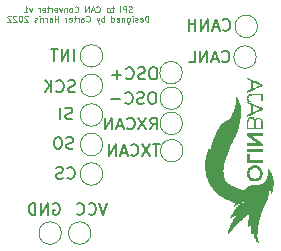
<source format=gbr>
%TF.GenerationSoftware,KiCad,Pcbnew,(6.0.7)*%
%TF.CreationDate,2022-10-24T20:04:37-04:00*%
%TF.ProjectId,SPItoCAN,53504974-6f43-4414-9e2e-6b696361645f,rev?*%
%TF.SameCoordinates,Original*%
%TF.FileFunction,Legend,Bot*%
%TF.FilePolarity,Positive*%
%FSLAX46Y46*%
G04 Gerber Fmt 4.6, Leading zero omitted, Abs format (unit mm)*
G04 Created by KiCad (PCBNEW (6.0.7)) date 2022-10-24 20:04:37*
%MOMM*%
%LPD*%
G01*
G04 APERTURE LIST*
%ADD10C,0.125000*%
%ADD11C,0.150000*%
%ADD12C,0.120000*%
G04 APERTURE END LIST*
D10*
X27431428Y-13769880D02*
X27360000Y-13793690D01*
X27240952Y-13793690D01*
X27193333Y-13769880D01*
X27169523Y-13746071D01*
X27145714Y-13698452D01*
X27145714Y-13650833D01*
X27169523Y-13603214D01*
X27193333Y-13579404D01*
X27240952Y-13555595D01*
X27336190Y-13531785D01*
X27383809Y-13507976D01*
X27407619Y-13484166D01*
X27431428Y-13436547D01*
X27431428Y-13388928D01*
X27407619Y-13341309D01*
X27383809Y-13317500D01*
X27336190Y-13293690D01*
X27217142Y-13293690D01*
X27145714Y-13317500D01*
X26931428Y-13793690D02*
X26931428Y-13293690D01*
X26740952Y-13293690D01*
X26693333Y-13317500D01*
X26669523Y-13341309D01*
X26645714Y-13388928D01*
X26645714Y-13460357D01*
X26669523Y-13507976D01*
X26693333Y-13531785D01*
X26740952Y-13555595D01*
X26931428Y-13555595D01*
X26431428Y-13793690D02*
X26431428Y-13293690D01*
X25883809Y-13460357D02*
X25693333Y-13460357D01*
X25812380Y-13293690D02*
X25812380Y-13722261D01*
X25788571Y-13769880D01*
X25740952Y-13793690D01*
X25693333Y-13793690D01*
X25455238Y-13793690D02*
X25502857Y-13769880D01*
X25526666Y-13746071D01*
X25550476Y-13698452D01*
X25550476Y-13555595D01*
X25526666Y-13507976D01*
X25502857Y-13484166D01*
X25455238Y-13460357D01*
X25383809Y-13460357D01*
X25336190Y-13484166D01*
X25312380Y-13507976D01*
X25288571Y-13555595D01*
X25288571Y-13698452D01*
X25312380Y-13746071D01*
X25336190Y-13769880D01*
X25383809Y-13793690D01*
X25455238Y-13793690D01*
X24407619Y-13746071D02*
X24431428Y-13769880D01*
X24502857Y-13793690D01*
X24550476Y-13793690D01*
X24621904Y-13769880D01*
X24669523Y-13722261D01*
X24693333Y-13674642D01*
X24717142Y-13579404D01*
X24717142Y-13507976D01*
X24693333Y-13412738D01*
X24669523Y-13365119D01*
X24621904Y-13317500D01*
X24550476Y-13293690D01*
X24502857Y-13293690D01*
X24431428Y-13317500D01*
X24407619Y-13341309D01*
X24217142Y-13650833D02*
X23979047Y-13650833D01*
X24264761Y-13793690D02*
X24098095Y-13293690D01*
X23931428Y-13793690D01*
X23764761Y-13793690D02*
X23764761Y-13293690D01*
X23479047Y-13793690D01*
X23479047Y-13293690D01*
X22574285Y-13746071D02*
X22598095Y-13769880D01*
X22669523Y-13793690D01*
X22717142Y-13793690D01*
X22788571Y-13769880D01*
X22836190Y-13722261D01*
X22860000Y-13674642D01*
X22883809Y-13579404D01*
X22883809Y-13507976D01*
X22860000Y-13412738D01*
X22836190Y-13365119D01*
X22788571Y-13317500D01*
X22717142Y-13293690D01*
X22669523Y-13293690D01*
X22598095Y-13317500D01*
X22574285Y-13341309D01*
X22288571Y-13793690D02*
X22336190Y-13769880D01*
X22360000Y-13746071D01*
X22383809Y-13698452D01*
X22383809Y-13555595D01*
X22360000Y-13507976D01*
X22336190Y-13484166D01*
X22288571Y-13460357D01*
X22217142Y-13460357D01*
X22169523Y-13484166D01*
X22145714Y-13507976D01*
X22121904Y-13555595D01*
X22121904Y-13698452D01*
X22145714Y-13746071D01*
X22169523Y-13769880D01*
X22217142Y-13793690D01*
X22288571Y-13793690D01*
X21907619Y-13460357D02*
X21907619Y-13793690D01*
X21907619Y-13507976D02*
X21883809Y-13484166D01*
X21836190Y-13460357D01*
X21764761Y-13460357D01*
X21717142Y-13484166D01*
X21693333Y-13531785D01*
X21693333Y-13793690D01*
X21502857Y-13460357D02*
X21383809Y-13793690D01*
X21264761Y-13460357D01*
X20883809Y-13769880D02*
X20931428Y-13793690D01*
X21026666Y-13793690D01*
X21074285Y-13769880D01*
X21098095Y-13722261D01*
X21098095Y-13531785D01*
X21074285Y-13484166D01*
X21026666Y-13460357D01*
X20931428Y-13460357D01*
X20883809Y-13484166D01*
X20860000Y-13531785D01*
X20860000Y-13579404D01*
X21098095Y-13627023D01*
X20645714Y-13793690D02*
X20645714Y-13460357D01*
X20645714Y-13555595D02*
X20621904Y-13507976D01*
X20598095Y-13484166D01*
X20550476Y-13460357D01*
X20502857Y-13460357D01*
X20407619Y-13460357D02*
X20217142Y-13460357D01*
X20336190Y-13293690D02*
X20336190Y-13722261D01*
X20312380Y-13769880D01*
X20264761Y-13793690D01*
X20217142Y-13793690D01*
X19860000Y-13769880D02*
X19907619Y-13793690D01*
X20002857Y-13793690D01*
X20050476Y-13769880D01*
X20074285Y-13722261D01*
X20074285Y-13531785D01*
X20050476Y-13484166D01*
X20002857Y-13460357D01*
X19907619Y-13460357D01*
X19860000Y-13484166D01*
X19836190Y-13531785D01*
X19836190Y-13579404D01*
X20074285Y-13627023D01*
X19621904Y-13793690D02*
X19621904Y-13460357D01*
X19621904Y-13555595D02*
X19598095Y-13507976D01*
X19574285Y-13484166D01*
X19526666Y-13460357D01*
X19479047Y-13460357D01*
X18979047Y-13460357D02*
X18860000Y-13793690D01*
X18740952Y-13460357D01*
X18288571Y-13793690D02*
X18574285Y-13793690D01*
X18431428Y-13793690D02*
X18431428Y-13293690D01*
X18479047Y-13365119D01*
X18526666Y-13412738D01*
X18574285Y-13436547D01*
X28812380Y-14598690D02*
X28812380Y-14098690D01*
X28693333Y-14098690D01*
X28621904Y-14122500D01*
X28574285Y-14170119D01*
X28550476Y-14217738D01*
X28526666Y-14312976D01*
X28526666Y-14384404D01*
X28550476Y-14479642D01*
X28574285Y-14527261D01*
X28621904Y-14574880D01*
X28693333Y-14598690D01*
X28812380Y-14598690D01*
X28121904Y-14574880D02*
X28169523Y-14598690D01*
X28264761Y-14598690D01*
X28312380Y-14574880D01*
X28336190Y-14527261D01*
X28336190Y-14336785D01*
X28312380Y-14289166D01*
X28264761Y-14265357D01*
X28169523Y-14265357D01*
X28121904Y-14289166D01*
X28098095Y-14336785D01*
X28098095Y-14384404D01*
X28336190Y-14432023D01*
X27907619Y-14574880D02*
X27860000Y-14598690D01*
X27764761Y-14598690D01*
X27717142Y-14574880D01*
X27693333Y-14527261D01*
X27693333Y-14503452D01*
X27717142Y-14455833D01*
X27764761Y-14432023D01*
X27836190Y-14432023D01*
X27883809Y-14408214D01*
X27907619Y-14360595D01*
X27907619Y-14336785D01*
X27883809Y-14289166D01*
X27836190Y-14265357D01*
X27764761Y-14265357D01*
X27717142Y-14289166D01*
X27479047Y-14598690D02*
X27479047Y-14265357D01*
X27479047Y-14098690D02*
X27502857Y-14122500D01*
X27479047Y-14146309D01*
X27455238Y-14122500D01*
X27479047Y-14098690D01*
X27479047Y-14146309D01*
X27026666Y-14265357D02*
X27026666Y-14670119D01*
X27050476Y-14717738D01*
X27074285Y-14741547D01*
X27121904Y-14765357D01*
X27193333Y-14765357D01*
X27240952Y-14741547D01*
X27026666Y-14574880D02*
X27074285Y-14598690D01*
X27169523Y-14598690D01*
X27217142Y-14574880D01*
X27240952Y-14551071D01*
X27264761Y-14503452D01*
X27264761Y-14360595D01*
X27240952Y-14312976D01*
X27217142Y-14289166D01*
X27169523Y-14265357D01*
X27074285Y-14265357D01*
X27026666Y-14289166D01*
X26788571Y-14265357D02*
X26788571Y-14598690D01*
X26788571Y-14312976D02*
X26764761Y-14289166D01*
X26717142Y-14265357D01*
X26645714Y-14265357D01*
X26598095Y-14289166D01*
X26574285Y-14336785D01*
X26574285Y-14598690D01*
X26145714Y-14574880D02*
X26193333Y-14598690D01*
X26288571Y-14598690D01*
X26336190Y-14574880D01*
X26360000Y-14527261D01*
X26360000Y-14336785D01*
X26336190Y-14289166D01*
X26288571Y-14265357D01*
X26193333Y-14265357D01*
X26145714Y-14289166D01*
X26121904Y-14336785D01*
X26121904Y-14384404D01*
X26360000Y-14432023D01*
X25693333Y-14598690D02*
X25693333Y-14098690D01*
X25693333Y-14574880D02*
X25740952Y-14598690D01*
X25836190Y-14598690D01*
X25883809Y-14574880D01*
X25907619Y-14551071D01*
X25931428Y-14503452D01*
X25931428Y-14360595D01*
X25907619Y-14312976D01*
X25883809Y-14289166D01*
X25836190Y-14265357D01*
X25740952Y-14265357D01*
X25693333Y-14289166D01*
X25074285Y-14598690D02*
X25074285Y-14098690D01*
X25074285Y-14289166D02*
X25026666Y-14265357D01*
X24931428Y-14265357D01*
X24883809Y-14289166D01*
X24860000Y-14312976D01*
X24836190Y-14360595D01*
X24836190Y-14503452D01*
X24860000Y-14551071D01*
X24883809Y-14574880D01*
X24931428Y-14598690D01*
X25026666Y-14598690D01*
X25074285Y-14574880D01*
X24669523Y-14265357D02*
X24550476Y-14598690D01*
X24431428Y-14265357D02*
X24550476Y-14598690D01*
X24598095Y-14717738D01*
X24621904Y-14741547D01*
X24669523Y-14765357D01*
X23574285Y-14551071D02*
X23598095Y-14574880D01*
X23669523Y-14598690D01*
X23717142Y-14598690D01*
X23788571Y-14574880D01*
X23836190Y-14527261D01*
X23860000Y-14479642D01*
X23883809Y-14384404D01*
X23883809Y-14312976D01*
X23860000Y-14217738D01*
X23836190Y-14170119D01*
X23788571Y-14122500D01*
X23717142Y-14098690D01*
X23669523Y-14098690D01*
X23598095Y-14122500D01*
X23574285Y-14146309D01*
X23145714Y-14598690D02*
X23145714Y-14336785D01*
X23169523Y-14289166D01*
X23217142Y-14265357D01*
X23312380Y-14265357D01*
X23360000Y-14289166D01*
X23145714Y-14574880D02*
X23193333Y-14598690D01*
X23312380Y-14598690D01*
X23360000Y-14574880D01*
X23383809Y-14527261D01*
X23383809Y-14479642D01*
X23360000Y-14432023D01*
X23312380Y-14408214D01*
X23193333Y-14408214D01*
X23145714Y-14384404D01*
X22907619Y-14598690D02*
X22907619Y-14265357D01*
X22907619Y-14360595D02*
X22883809Y-14312976D01*
X22860000Y-14289166D01*
X22812380Y-14265357D01*
X22764761Y-14265357D01*
X22669523Y-14265357D02*
X22479047Y-14265357D01*
X22598095Y-14098690D02*
X22598095Y-14527261D01*
X22574285Y-14574880D01*
X22526666Y-14598690D01*
X22479047Y-14598690D01*
X22121904Y-14574880D02*
X22169523Y-14598690D01*
X22264761Y-14598690D01*
X22312380Y-14574880D01*
X22336190Y-14527261D01*
X22336190Y-14336785D01*
X22312380Y-14289166D01*
X22264761Y-14265357D01*
X22169523Y-14265357D01*
X22121904Y-14289166D01*
X22098095Y-14336785D01*
X22098095Y-14384404D01*
X22336190Y-14432023D01*
X21883809Y-14598690D02*
X21883809Y-14265357D01*
X21883809Y-14360595D02*
X21860000Y-14312976D01*
X21836190Y-14289166D01*
X21788571Y-14265357D01*
X21740952Y-14265357D01*
X21193333Y-14598690D02*
X21193333Y-14098690D01*
X21193333Y-14336785D02*
X20907619Y-14336785D01*
X20907619Y-14598690D02*
X20907619Y-14098690D01*
X20455238Y-14598690D02*
X20455238Y-14336785D01*
X20479047Y-14289166D01*
X20526666Y-14265357D01*
X20621904Y-14265357D01*
X20669523Y-14289166D01*
X20455238Y-14574880D02*
X20502857Y-14598690D01*
X20621904Y-14598690D01*
X20669523Y-14574880D01*
X20693333Y-14527261D01*
X20693333Y-14479642D01*
X20669523Y-14432023D01*
X20621904Y-14408214D01*
X20502857Y-14408214D01*
X20455238Y-14384404D01*
X20217142Y-14598690D02*
X20217142Y-14265357D01*
X20217142Y-14360595D02*
X20193333Y-14312976D01*
X20169523Y-14289166D01*
X20121904Y-14265357D01*
X20074285Y-14265357D01*
X19907619Y-14598690D02*
X19907619Y-14265357D01*
X19907619Y-14360595D02*
X19883809Y-14312976D01*
X19860000Y-14289166D01*
X19812380Y-14265357D01*
X19764761Y-14265357D01*
X19598095Y-14598690D02*
X19598095Y-14265357D01*
X19598095Y-14098690D02*
X19621904Y-14122500D01*
X19598095Y-14146309D01*
X19574285Y-14122500D01*
X19598095Y-14098690D01*
X19598095Y-14146309D01*
X19383809Y-14574880D02*
X19336190Y-14598690D01*
X19240952Y-14598690D01*
X19193333Y-14574880D01*
X19169523Y-14527261D01*
X19169523Y-14503452D01*
X19193333Y-14455833D01*
X19240952Y-14432023D01*
X19312380Y-14432023D01*
X19360000Y-14408214D01*
X19383809Y-14360595D01*
X19383809Y-14336785D01*
X19360000Y-14289166D01*
X19312380Y-14265357D01*
X19240952Y-14265357D01*
X19193333Y-14289166D01*
X18598095Y-14146309D02*
X18574285Y-14122500D01*
X18526666Y-14098690D01*
X18407619Y-14098690D01*
X18360000Y-14122500D01*
X18336190Y-14146309D01*
X18312380Y-14193928D01*
X18312380Y-14241547D01*
X18336190Y-14312976D01*
X18621904Y-14598690D01*
X18312380Y-14598690D01*
X18002857Y-14098690D02*
X17955238Y-14098690D01*
X17907619Y-14122500D01*
X17883809Y-14146309D01*
X17860000Y-14193928D01*
X17836190Y-14289166D01*
X17836190Y-14408214D01*
X17860000Y-14503452D01*
X17883809Y-14551071D01*
X17907619Y-14574880D01*
X17955238Y-14598690D01*
X18002857Y-14598690D01*
X18050476Y-14574880D01*
X18074285Y-14551071D01*
X18098095Y-14503452D01*
X18121904Y-14408214D01*
X18121904Y-14289166D01*
X18098095Y-14193928D01*
X18074285Y-14146309D01*
X18050476Y-14122500D01*
X18002857Y-14098690D01*
X17645714Y-14146309D02*
X17621904Y-14122500D01*
X17574285Y-14098690D01*
X17455238Y-14098690D01*
X17407619Y-14122500D01*
X17383809Y-14146309D01*
X17360000Y-14193928D01*
X17360000Y-14241547D01*
X17383809Y-14312976D01*
X17669523Y-14598690D01*
X17360000Y-14598690D01*
X17169523Y-14146309D02*
X17145714Y-14122500D01*
X17098095Y-14098690D01*
X16979047Y-14098690D01*
X16931428Y-14122500D01*
X16907619Y-14146309D01*
X16883809Y-14193928D01*
X16883809Y-14241547D01*
X16907619Y-14312976D01*
X17193333Y-14598690D01*
X16883809Y-14598690D01*
D11*
%TO.C,GND*%
X20761904Y-30000000D02*
X20857142Y-29952380D01*
X21000000Y-29952380D01*
X21142857Y-30000000D01*
X21238095Y-30095238D01*
X21285714Y-30190476D01*
X21333333Y-30380952D01*
X21333333Y-30523809D01*
X21285714Y-30714285D01*
X21238095Y-30809523D01*
X21142857Y-30904761D01*
X21000000Y-30952380D01*
X20904761Y-30952380D01*
X20761904Y-30904761D01*
X20714285Y-30857142D01*
X20714285Y-30523809D01*
X20904761Y-30523809D01*
X20285714Y-30952380D02*
X20285714Y-29952380D01*
X19714285Y-30952380D01*
X19714285Y-29952380D01*
X19238095Y-30952380D02*
X19238095Y-29952380D01*
X19000000Y-29952380D01*
X18857142Y-30000000D01*
X18761904Y-30095238D01*
X18714285Y-30190476D01*
X18666666Y-30380952D01*
X18666666Y-30523809D01*
X18714285Y-30714285D01*
X18761904Y-30809523D01*
X18857142Y-30904761D01*
X19000000Y-30952380D01*
X19238095Y-30952380D01*
%TO.C,VCC*%
X25333333Y-29952380D02*
X25000000Y-30952380D01*
X24666666Y-29952380D01*
X23761904Y-30857142D02*
X23809523Y-30904761D01*
X23952380Y-30952380D01*
X24047619Y-30952380D01*
X24190476Y-30904761D01*
X24285714Y-30809523D01*
X24333333Y-30714285D01*
X24380952Y-30523809D01*
X24380952Y-30380952D01*
X24333333Y-30190476D01*
X24285714Y-30095238D01*
X24190476Y-30000000D01*
X24047619Y-29952380D01*
X23952380Y-29952380D01*
X23809523Y-30000000D01*
X23761904Y-30047619D01*
X22761904Y-30857142D02*
X22809523Y-30904761D01*
X22952380Y-30952380D01*
X23047619Y-30952380D01*
X23190476Y-30904761D01*
X23285714Y-30809523D01*
X23333333Y-30714285D01*
X23380952Y-30523809D01*
X23380952Y-30380952D01*
X23333333Y-30190476D01*
X23285714Y-30095238D01*
X23190476Y-30000000D01*
X23047619Y-29952380D01*
X22952380Y-29952380D01*
X22809523Y-30000000D01*
X22761904Y-30047619D01*
%TO.C,SO*%
X22450323Y-25322161D02*
X22307466Y-25369780D01*
X22069371Y-25369780D01*
X21974133Y-25322161D01*
X21926514Y-25274542D01*
X21878895Y-25179304D01*
X21878895Y-25084066D01*
X21926514Y-24988828D01*
X21974133Y-24941209D01*
X22069371Y-24893590D01*
X22259847Y-24845971D01*
X22355085Y-24798352D01*
X22402704Y-24750733D01*
X22450323Y-24655495D01*
X22450323Y-24560257D01*
X22402704Y-24465019D01*
X22355085Y-24417400D01*
X22259847Y-24369780D01*
X22021752Y-24369780D01*
X21878895Y-24417400D01*
X21259847Y-24369780D02*
X21069371Y-24369780D01*
X20974133Y-24417400D01*
X20878895Y-24512638D01*
X20831276Y-24703114D01*
X20831276Y-25036447D01*
X20878895Y-25226923D01*
X20974133Y-25322161D01*
X21069371Y-25369780D01*
X21259847Y-25369780D01*
X21355085Y-25322161D01*
X21450323Y-25226923D01*
X21497942Y-25036447D01*
X21497942Y-24703114D01*
X21450323Y-24512638D01*
X21355085Y-24417400D01*
X21259847Y-24369780D01*
%TO.C,CS*%
X21959866Y-27814542D02*
X22007485Y-27862161D01*
X22150342Y-27909780D01*
X22245580Y-27909780D01*
X22388438Y-27862161D01*
X22483676Y-27766923D01*
X22531295Y-27671685D01*
X22578914Y-27481209D01*
X22578914Y-27338352D01*
X22531295Y-27147876D01*
X22483676Y-27052638D01*
X22388438Y-26957400D01*
X22245580Y-26909780D01*
X22150342Y-26909780D01*
X22007485Y-26957400D01*
X21959866Y-27005019D01*
X21578914Y-27862161D02*
X21436057Y-27909780D01*
X21197961Y-27909780D01*
X21102723Y-27862161D01*
X21055104Y-27814542D01*
X21007485Y-27719304D01*
X21007485Y-27624066D01*
X21055104Y-27528828D01*
X21102723Y-27481209D01*
X21197961Y-27433590D01*
X21388438Y-27385971D01*
X21483676Y-27338352D01*
X21531295Y-27290733D01*
X21578914Y-27195495D01*
X21578914Y-27100257D01*
X21531295Y-27005019D01*
X21483676Y-26957400D01*
X21388438Y-26909780D01*
X21150342Y-26909780D01*
X21007485Y-26957400D01*
%TO.C,SI*%
X22367809Y-22832961D02*
X22224952Y-22880580D01*
X21986857Y-22880580D01*
X21891619Y-22832961D01*
X21844000Y-22785342D01*
X21796380Y-22690104D01*
X21796380Y-22594866D01*
X21844000Y-22499628D01*
X21891619Y-22452009D01*
X21986857Y-22404390D01*
X22177333Y-22356771D01*
X22272571Y-22309152D01*
X22320190Y-22261533D01*
X22367809Y-22166295D01*
X22367809Y-22071057D01*
X22320190Y-21975819D01*
X22272571Y-21928200D01*
X22177333Y-21880580D01*
X21939238Y-21880580D01*
X21796380Y-21928200D01*
X21367809Y-22880580D02*
X21367809Y-21880580D01*
%TO.C,SCK*%
X22596314Y-20521561D02*
X22453457Y-20569180D01*
X22215361Y-20569180D01*
X22120123Y-20521561D01*
X22072504Y-20473942D01*
X22024885Y-20378704D01*
X22024885Y-20283466D01*
X22072504Y-20188228D01*
X22120123Y-20140609D01*
X22215361Y-20092990D01*
X22405838Y-20045371D01*
X22501076Y-19997752D01*
X22548695Y-19950133D01*
X22596314Y-19854895D01*
X22596314Y-19759657D01*
X22548695Y-19664419D01*
X22501076Y-19616800D01*
X22405838Y-19569180D01*
X22167742Y-19569180D01*
X22024885Y-19616800D01*
X21024885Y-20473942D02*
X21072504Y-20521561D01*
X21215361Y-20569180D01*
X21310600Y-20569180D01*
X21453457Y-20521561D01*
X21548695Y-20426323D01*
X21596314Y-20331085D01*
X21643933Y-20140609D01*
X21643933Y-19997752D01*
X21596314Y-19807276D01*
X21548695Y-19712038D01*
X21453457Y-19616800D01*
X21310600Y-19569180D01*
X21215361Y-19569180D01*
X21072504Y-19616800D01*
X21024885Y-19664419D01*
X20596314Y-20569180D02*
X20596314Y-19569180D01*
X20024885Y-20569180D02*
X20453457Y-19997752D01*
X20024885Y-19569180D02*
X20596314Y-20140609D01*
%TO.C,OSC+*%
X29325676Y-18476980D02*
X29135200Y-18476980D01*
X29039961Y-18524600D01*
X28944723Y-18619838D01*
X28897104Y-18810314D01*
X28897104Y-19143647D01*
X28944723Y-19334123D01*
X29039961Y-19429361D01*
X29135200Y-19476980D01*
X29325676Y-19476980D01*
X29420914Y-19429361D01*
X29516152Y-19334123D01*
X29563771Y-19143647D01*
X29563771Y-18810314D01*
X29516152Y-18619838D01*
X29420914Y-18524600D01*
X29325676Y-18476980D01*
X28516152Y-19429361D02*
X28373295Y-19476980D01*
X28135200Y-19476980D01*
X28039961Y-19429361D01*
X27992342Y-19381742D01*
X27944723Y-19286504D01*
X27944723Y-19191266D01*
X27992342Y-19096028D01*
X28039961Y-19048409D01*
X28135200Y-19000790D01*
X28325676Y-18953171D01*
X28420914Y-18905552D01*
X28468533Y-18857933D01*
X28516152Y-18762695D01*
X28516152Y-18667457D01*
X28468533Y-18572219D01*
X28420914Y-18524600D01*
X28325676Y-18476980D01*
X28087580Y-18476980D01*
X27944723Y-18524600D01*
X26944723Y-19381742D02*
X26992342Y-19429361D01*
X27135200Y-19476980D01*
X27230438Y-19476980D01*
X27373295Y-19429361D01*
X27468533Y-19334123D01*
X27516152Y-19238885D01*
X27563771Y-19048409D01*
X27563771Y-18905552D01*
X27516152Y-18715076D01*
X27468533Y-18619838D01*
X27373295Y-18524600D01*
X27230438Y-18476980D01*
X27135200Y-18476980D01*
X26992342Y-18524600D01*
X26944723Y-18572219D01*
X26516152Y-19096028D02*
X25754247Y-19096028D01*
X26135200Y-19476980D02*
X26135200Y-18715076D01*
%TO.C,OSC-*%
X29249476Y-20559780D02*
X29059000Y-20559780D01*
X28963761Y-20607400D01*
X28868523Y-20702638D01*
X28820904Y-20893114D01*
X28820904Y-21226447D01*
X28868523Y-21416923D01*
X28963761Y-21512161D01*
X29059000Y-21559780D01*
X29249476Y-21559780D01*
X29344714Y-21512161D01*
X29439952Y-21416923D01*
X29487571Y-21226447D01*
X29487571Y-20893114D01*
X29439952Y-20702638D01*
X29344714Y-20607400D01*
X29249476Y-20559780D01*
X28439952Y-21512161D02*
X28297095Y-21559780D01*
X28059000Y-21559780D01*
X27963761Y-21512161D01*
X27916142Y-21464542D01*
X27868523Y-21369304D01*
X27868523Y-21274066D01*
X27916142Y-21178828D01*
X27963761Y-21131209D01*
X28059000Y-21083590D01*
X28249476Y-21035971D01*
X28344714Y-20988352D01*
X28392333Y-20940733D01*
X28439952Y-20845495D01*
X28439952Y-20750257D01*
X28392333Y-20655019D01*
X28344714Y-20607400D01*
X28249476Y-20559780D01*
X28011380Y-20559780D01*
X27868523Y-20607400D01*
X26868523Y-21464542D02*
X26916142Y-21512161D01*
X27059000Y-21559780D01*
X27154238Y-21559780D01*
X27297095Y-21512161D01*
X27392333Y-21416923D01*
X27439952Y-21321685D01*
X27487571Y-21131209D01*
X27487571Y-20988352D01*
X27439952Y-20797876D01*
X27392333Y-20702638D01*
X27297095Y-20607400D01*
X27154238Y-20559780D01*
X27059000Y-20559780D01*
X26916142Y-20607400D01*
X26868523Y-20655019D01*
X26439952Y-21178828D02*
X25678047Y-21178828D01*
%TO.C,INT*%
X22520161Y-17927580D02*
X22520161Y-16927580D01*
X22043971Y-17927580D02*
X22043971Y-16927580D01*
X21472542Y-17927580D01*
X21472542Y-16927580D01*
X21139209Y-16927580D02*
X20567780Y-16927580D01*
X20853495Y-17927580D02*
X20853495Y-16927580D01*
%TO.C,RXCAN*%
X28974847Y-23718780D02*
X29308180Y-23242590D01*
X29546276Y-23718780D02*
X29546276Y-22718780D01*
X29165323Y-22718780D01*
X29070085Y-22766400D01*
X29022466Y-22814019D01*
X28974847Y-22909257D01*
X28974847Y-23052114D01*
X29022466Y-23147352D01*
X29070085Y-23194971D01*
X29165323Y-23242590D01*
X29546276Y-23242590D01*
X28641514Y-22718780D02*
X27974847Y-23718780D01*
X27974847Y-22718780D02*
X28641514Y-23718780D01*
X27022466Y-23623542D02*
X27070085Y-23671161D01*
X27212942Y-23718780D01*
X27308180Y-23718780D01*
X27451038Y-23671161D01*
X27546276Y-23575923D01*
X27593895Y-23480685D01*
X27641514Y-23290209D01*
X27641514Y-23147352D01*
X27593895Y-22956876D01*
X27546276Y-22861638D01*
X27451038Y-22766400D01*
X27308180Y-22718780D01*
X27212942Y-22718780D01*
X27070085Y-22766400D01*
X27022466Y-22814019D01*
X26641514Y-23433066D02*
X26165323Y-23433066D01*
X26736752Y-23718780D02*
X26403419Y-22718780D01*
X26070085Y-23718780D01*
X25736752Y-23718780D02*
X25736752Y-22718780D01*
X25165323Y-23718780D01*
X25165323Y-22718780D01*
%TO.C,TXCAN*%
X29773285Y-24979380D02*
X29201857Y-24979380D01*
X29487571Y-25979380D02*
X29487571Y-24979380D01*
X28963761Y-24979380D02*
X28297095Y-25979380D01*
X28297095Y-24979380D02*
X28963761Y-25979380D01*
X27344714Y-25884142D02*
X27392333Y-25931761D01*
X27535190Y-25979380D01*
X27630428Y-25979380D01*
X27773285Y-25931761D01*
X27868523Y-25836523D01*
X27916142Y-25741285D01*
X27963761Y-25550809D01*
X27963761Y-25407952D01*
X27916142Y-25217476D01*
X27868523Y-25122238D01*
X27773285Y-25027000D01*
X27630428Y-24979380D01*
X27535190Y-24979380D01*
X27392333Y-25027000D01*
X27344714Y-25074619D01*
X26963761Y-25693666D02*
X26487571Y-25693666D01*
X27059000Y-25979380D02*
X26725666Y-24979380D01*
X26392333Y-25979380D01*
X26059000Y-25979380D02*
X26059000Y-24979380D01*
X25487571Y-25979380D01*
X25487571Y-24979380D01*
%TO.C,CANH*%
X35126466Y-15266942D02*
X35174085Y-15314561D01*
X35316942Y-15362180D01*
X35412180Y-15362180D01*
X35555038Y-15314561D01*
X35650276Y-15219323D01*
X35697895Y-15124085D01*
X35745514Y-14933609D01*
X35745514Y-14790752D01*
X35697895Y-14600276D01*
X35650276Y-14505038D01*
X35555038Y-14409800D01*
X35412180Y-14362180D01*
X35316942Y-14362180D01*
X35174085Y-14409800D01*
X35126466Y-14457419D01*
X34745514Y-15076466D02*
X34269323Y-15076466D01*
X34840752Y-15362180D02*
X34507419Y-14362180D01*
X34174085Y-15362180D01*
X33840752Y-15362180D02*
X33840752Y-14362180D01*
X33269323Y-15362180D01*
X33269323Y-14362180D01*
X32793133Y-15362180D02*
X32793133Y-14362180D01*
X32793133Y-14838371D02*
X32221704Y-14838371D01*
X32221704Y-15362180D02*
X32221704Y-14362180D01*
%TO.C,CANL*%
X35058219Y-17959342D02*
X35105838Y-18006961D01*
X35248695Y-18054580D01*
X35343933Y-18054580D01*
X35486790Y-18006961D01*
X35582028Y-17911723D01*
X35629647Y-17816485D01*
X35677266Y-17626009D01*
X35677266Y-17483152D01*
X35629647Y-17292676D01*
X35582028Y-17197438D01*
X35486790Y-17102200D01*
X35343933Y-17054580D01*
X35248695Y-17054580D01*
X35105838Y-17102200D01*
X35058219Y-17149819D01*
X34677266Y-17768866D02*
X34201076Y-17768866D01*
X34772504Y-18054580D02*
X34439171Y-17054580D01*
X34105838Y-18054580D01*
X33772504Y-18054580D02*
X33772504Y-17054580D01*
X33201076Y-18054580D01*
X33201076Y-17054580D01*
X32248695Y-18054580D02*
X32724885Y-18054580D01*
X32724885Y-17054580D01*
%TO.C,G\u002A\u002A\u002A*%
G36*
X37649194Y-22427816D02*
G01*
X37553849Y-22471013D01*
X37466233Y-22510681D01*
X37387781Y-22546171D01*
X37319926Y-22576836D01*
X37264103Y-22602026D01*
X37221747Y-22621094D01*
X37194292Y-22633389D01*
X37183173Y-22638265D01*
X37175963Y-22638778D01*
X37171644Y-22630635D01*
X37170276Y-22610051D01*
X37171214Y-22573524D01*
X37174105Y-22503084D01*
X37540029Y-22336560D01*
X37540029Y-21997503D01*
X37657125Y-21997503D01*
X37657128Y-22006284D01*
X37657478Y-22081866D01*
X37658355Y-22148097D01*
X37659696Y-22202944D01*
X37661437Y-22244375D01*
X37663517Y-22270357D01*
X37665870Y-22278857D01*
X37680376Y-22272890D01*
X37710094Y-22259943D01*
X37751600Y-22241490D01*
X37802430Y-22218660D01*
X37860117Y-22192577D01*
X37922198Y-22164371D01*
X37986206Y-22135167D01*
X38049678Y-22106094D01*
X38110148Y-22078278D01*
X38165151Y-22052845D01*
X38212222Y-22030925D01*
X38248896Y-22013643D01*
X38272708Y-22002126D01*
X38281193Y-21997503D01*
X38274486Y-21993770D01*
X38252287Y-21982979D01*
X38216947Y-21966293D01*
X38170931Y-21944842D01*
X38116703Y-21919751D01*
X38056729Y-21892149D01*
X37993474Y-21863161D01*
X37929402Y-21833916D01*
X37866979Y-21805539D01*
X37808670Y-21779160D01*
X37756940Y-21755904D01*
X37714253Y-21736898D01*
X37683074Y-21723270D01*
X37665870Y-21716148D01*
X37665600Y-21716164D01*
X37663274Y-21726683D01*
X37661229Y-21754461D01*
X37659528Y-21797464D01*
X37658235Y-21853661D01*
X37657413Y-21921018D01*
X37657125Y-21997503D01*
X37540029Y-21997503D01*
X37540029Y-21658445D01*
X37174105Y-21491921D01*
X37171214Y-21421481D01*
X37170777Y-21410368D01*
X37170174Y-21378605D01*
X37171923Y-21361694D01*
X37176868Y-21355965D01*
X37185850Y-21357750D01*
X37195176Y-21361804D01*
X37221215Y-21373434D01*
X37262301Y-21391910D01*
X37316989Y-21416580D01*
X37383835Y-21446788D01*
X37461392Y-21481883D01*
X37548217Y-21521210D01*
X37642864Y-21564116D01*
X37743888Y-21609948D01*
X37849845Y-21658051D01*
X38496310Y-21951644D01*
X38496310Y-22043520D01*
X37847167Y-22338043D01*
X37750834Y-22381739D01*
X37665870Y-22420256D01*
X37649194Y-22427816D01*
G37*
G36*
X37383901Y-26339800D02*
G01*
X38496310Y-26339800D01*
X38496310Y-26573991D01*
X37169226Y-26573991D01*
X37169226Y-25793353D01*
X37383901Y-25793353D01*
X37383901Y-26339800D01*
G37*
G36*
X38496310Y-24251401D02*
G01*
X37586202Y-24256473D01*
X38496310Y-24927431D01*
X38496310Y-25139569D01*
X37169226Y-25139569D01*
X37169226Y-24915136D01*
X37620184Y-24915136D01*
X37648735Y-24915133D01*
X37750300Y-24915041D01*
X37834271Y-24914787D01*
X37902183Y-24914320D01*
X37955571Y-24913590D01*
X37995970Y-24912546D01*
X38024915Y-24911140D01*
X38043941Y-24909320D01*
X38054582Y-24907036D01*
X38058375Y-24904239D01*
X38056853Y-24900879D01*
X38052347Y-24897124D01*
X38033180Y-24882291D01*
X38000677Y-24857652D01*
X37956316Y-24824311D01*
X37901574Y-24783373D01*
X37837927Y-24735939D01*
X37766854Y-24683116D01*
X37689831Y-24626005D01*
X37608335Y-24565712D01*
X37174105Y-24244802D01*
X37171346Y-24135981D01*
X37168587Y-24027161D01*
X38496310Y-24027161D01*
X38496310Y-24251401D01*
G37*
G36*
X37643422Y-28097030D02*
G01*
X37545322Y-28060359D01*
X37454714Y-28008699D01*
X37373190Y-27942988D01*
X37302343Y-27864163D01*
X37243767Y-27773159D01*
X37199054Y-27670916D01*
X37169797Y-27558368D01*
X37166148Y-27529308D01*
X37163671Y-27474479D01*
X37164194Y-27432693D01*
X37375454Y-27432693D01*
X37382110Y-27494793D01*
X37406230Y-27582724D01*
X37445730Y-27664111D01*
X37498741Y-27736552D01*
X37563395Y-27797645D01*
X37637825Y-27844987D01*
X37720162Y-27876173D01*
X37762460Y-27884971D01*
X37849156Y-27889523D01*
X37932752Y-27876818D01*
X38011351Y-27848381D01*
X38083058Y-27805735D01*
X38145978Y-27750403D01*
X38198216Y-27683909D01*
X38237875Y-27607777D01*
X38263060Y-27523530D01*
X38271877Y-27432693D01*
X38271756Y-27420548D01*
X38261783Y-27328620D01*
X38235174Y-27245867D01*
X38191047Y-27170242D01*
X38128523Y-27099703D01*
X38076724Y-27056081D01*
X37999214Y-27010315D01*
X37916211Y-26983079D01*
X37826987Y-26974068D01*
X37744697Y-26982178D01*
X37660422Y-27008988D01*
X37581757Y-27054212D01*
X37509449Y-27117513D01*
X37454938Y-27184295D01*
X37414027Y-27259541D01*
X37388197Y-27343592D01*
X37381819Y-27377163D01*
X37376951Y-27410601D01*
X37375454Y-27432693D01*
X37164194Y-27432693D01*
X37164457Y-27411687D01*
X37168216Y-27347620D01*
X37174659Y-27288965D01*
X37183495Y-27242412D01*
X37192400Y-27212772D01*
X37216685Y-27150641D01*
X37247780Y-27086200D01*
X37282093Y-27026589D01*
X37316032Y-26978947D01*
X37325861Y-26967367D01*
X37404840Y-26890734D01*
X37494089Y-26829370D01*
X37591383Y-26783748D01*
X37694495Y-26754340D01*
X37801202Y-26741617D01*
X37909277Y-26746052D01*
X38016494Y-26768118D01*
X38120628Y-26808285D01*
X38138585Y-26817335D01*
X38232070Y-26877033D01*
X38313540Y-26951362D01*
X38381802Y-27038839D01*
X38435659Y-27137977D01*
X38473917Y-27247291D01*
X38482694Y-27293077D01*
X38488877Y-27357429D01*
X38491014Y-27428583D01*
X38489115Y-27500062D01*
X38483193Y-27565391D01*
X38473259Y-27618094D01*
X38472491Y-27620916D01*
X38434930Y-27724788D01*
X38382319Y-27820734D01*
X38316587Y-27906589D01*
X38239665Y-27980187D01*
X38153482Y-28039363D01*
X38059966Y-28081951D01*
X37966745Y-28107744D01*
X37855727Y-28121660D01*
X37849156Y-28121424D01*
X37747422Y-28117776D01*
X37643422Y-28097030D01*
G37*
G36*
X38496310Y-25656742D02*
G01*
X37169226Y-25656742D01*
X37169226Y-25422551D01*
X38496310Y-25422551D01*
X38496310Y-25656742D01*
G37*
G36*
X37169396Y-23366058D02*
G01*
X37169615Y-23275988D01*
X37170321Y-23189940D01*
X37171575Y-23119875D01*
X37173441Y-23063913D01*
X37175986Y-23020174D01*
X37179272Y-22986779D01*
X37183367Y-22961847D01*
X37200898Y-22898071D01*
X37235964Y-22821192D01*
X37282919Y-22758871D01*
X37341205Y-22711798D01*
X37410268Y-22680661D01*
X37423124Y-22676901D01*
X37505188Y-22662477D01*
X37585074Y-22664085D01*
X37660104Y-22680874D01*
X37727603Y-22711994D01*
X37784895Y-22756595D01*
X37829302Y-22813825D01*
X37854973Y-22857628D01*
X37895100Y-22818905D01*
X37898433Y-22815706D01*
X37938153Y-22781290D01*
X37975911Y-22757841D01*
X38017004Y-22743453D01*
X38066730Y-22736217D01*
X38130386Y-22734229D01*
X38153564Y-22734329D01*
X38198851Y-22735649D01*
X38232008Y-22739072D01*
X38258260Y-22745313D01*
X38282829Y-22755085D01*
X38292206Y-22759622D01*
X38355146Y-22802160D01*
X38407559Y-22860220D01*
X38448392Y-22932378D01*
X38476592Y-23017211D01*
X38479927Y-23040063D01*
X38483269Y-23081286D01*
X38486373Y-23138336D01*
X38489152Y-23209325D01*
X38491519Y-23292367D01*
X38493389Y-23385574D01*
X38498602Y-23705148D01*
X37169226Y-23705148D01*
X37169362Y-23434185D01*
X37287739Y-23434185D01*
X37288133Y-23488801D01*
X37289005Y-23531502D01*
X37290326Y-23559754D01*
X37292065Y-23571027D01*
X37298341Y-23572483D01*
X37321953Y-23574356D01*
X37360361Y-23575956D01*
X37410805Y-23577200D01*
X37470529Y-23578007D01*
X37536776Y-23578294D01*
X37774220Y-23578294D01*
X37901074Y-23578294D01*
X38371087Y-23578294D01*
X38367832Y-23311375D01*
X38364578Y-23044455D01*
X38330425Y-22977542D01*
X38324051Y-22965489D01*
X38288438Y-22913177D01*
X38247210Y-22878074D01*
X38197541Y-22858353D01*
X38136604Y-22852186D01*
X38083780Y-22857096D01*
X38025283Y-22877841D01*
X37977716Y-22914712D01*
X37941224Y-22967584D01*
X37915953Y-23036337D01*
X37911194Y-23059367D01*
X37907216Y-23090956D01*
X37904340Y-23131921D01*
X37902442Y-23184794D01*
X37901395Y-23252107D01*
X37901074Y-23336395D01*
X37901074Y-23578294D01*
X37774220Y-23578294D01*
X37774220Y-23310430D01*
X37774192Y-23282099D01*
X37773456Y-23187019D01*
X37771409Y-23108621D01*
X37767628Y-23044675D01*
X37761689Y-22992953D01*
X37753169Y-22951228D01*
X37741644Y-22917270D01*
X37726693Y-22888853D01*
X37707890Y-22863748D01*
X37684814Y-22839726D01*
X37657440Y-22816759D01*
X37624336Y-22799315D01*
X37584613Y-22790464D01*
X37532075Y-22788113D01*
X37484485Y-22791622D01*
X37424682Y-22809249D01*
X37376102Y-22842350D01*
X37337809Y-22891637D01*
X37308870Y-22957820D01*
X37308317Y-22959535D01*
X37303371Y-22978618D01*
X37299384Y-23002887D01*
X37296209Y-23034730D01*
X37293699Y-23076535D01*
X37291707Y-23130690D01*
X37290086Y-23199584D01*
X37288689Y-23285606D01*
X37288505Y-23299334D01*
X37287853Y-23370186D01*
X37287739Y-23434185D01*
X37169362Y-23434185D01*
X37169396Y-23366058D01*
G37*
G36*
X36794145Y-31303177D02*
G01*
X36630584Y-31440288D01*
X36464445Y-31592518D01*
X36298229Y-31757231D01*
X36134438Y-31931792D01*
X35975574Y-32113565D01*
X35824139Y-32299914D01*
X35682633Y-32488204D01*
X35656803Y-32523112D01*
X35616513Y-32572360D01*
X35582291Y-32606194D01*
X35552625Y-32626014D01*
X35526001Y-32633223D01*
X35520929Y-32624907D01*
X35519982Y-32600895D01*
X35522810Y-32564471D01*
X35528966Y-32518925D01*
X35538005Y-32467549D01*
X35549482Y-32413633D01*
X35562949Y-32360468D01*
X35617842Y-32182044D01*
X35707434Y-31945622D01*
X35815052Y-31712073D01*
X35939845Y-31482927D01*
X36080964Y-31259717D01*
X36237556Y-31043975D01*
X36408772Y-30837231D01*
X36426537Y-30816569D01*
X36445995Y-30791996D01*
X36456135Y-30776373D01*
X36455020Y-30772416D01*
X36454471Y-30772626D01*
X36431319Y-30784023D01*
X36396071Y-30804318D01*
X36352391Y-30831163D01*
X36303946Y-30862212D01*
X36254400Y-30895116D01*
X36207419Y-30927527D01*
X36166669Y-30957098D01*
X36141390Y-30976662D01*
X36072194Y-31034749D01*
X36000481Y-31100451D01*
X35932572Y-31167838D01*
X35874783Y-31230983D01*
X35847661Y-31258841D01*
X35820996Y-31274781D01*
X35796911Y-31273883D01*
X35772820Y-31256801D01*
X35763132Y-31244785D01*
X35757753Y-31229319D01*
X35758320Y-31208428D01*
X35765326Y-31179008D01*
X35779265Y-31137958D01*
X35800632Y-31082174D01*
X35803963Y-31073764D01*
X35870700Y-30923723D01*
X35952219Y-30769894D01*
X36045929Y-30616832D01*
X36149244Y-30469090D01*
X36176862Y-30433892D01*
X36222074Y-30380510D01*
X36274645Y-30321849D01*
X36331304Y-30261318D01*
X36388779Y-30202326D01*
X36443800Y-30148284D01*
X36493096Y-30102601D01*
X36533395Y-30068686D01*
X36535651Y-30066926D01*
X36558534Y-30047405D01*
X36570901Y-30033569D01*
X36570119Y-30028313D01*
X36567198Y-30028421D01*
X36538853Y-30034271D01*
X36496957Y-30048052D01*
X36444541Y-30068391D01*
X36384633Y-30093914D01*
X36320264Y-30123246D01*
X36254464Y-30155014D01*
X36190262Y-30187841D01*
X36130688Y-30220356D01*
X36078773Y-30251182D01*
X36056084Y-30265007D01*
X36026285Y-30281678D01*
X36005854Y-30291167D01*
X35998270Y-30291719D01*
X35999856Y-30285068D01*
X36008788Y-30262400D01*
X36023978Y-30228511D01*
X36043576Y-30187142D01*
X36065733Y-30142034D01*
X36088598Y-30096929D01*
X36110324Y-30055567D01*
X36129059Y-30021690D01*
X36142954Y-29999039D01*
X36154814Y-29980748D01*
X36165061Y-29961629D01*
X36166214Y-29953598D01*
X36162560Y-29952547D01*
X36143120Y-29946488D01*
X36110248Y-29936039D01*
X36067339Y-29922279D01*
X36017785Y-29906292D01*
X36015225Y-29905463D01*
X35938416Y-29877862D01*
X36733320Y-29877862D01*
X36745987Y-29898314D01*
X36755130Y-29917701D01*
X36750698Y-29938502D01*
X36744929Y-29956490D01*
X36753694Y-29966759D01*
X36779490Y-29969765D01*
X36797746Y-29973030D01*
X36812713Y-29986842D01*
X36815788Y-29994250D01*
X36821679Y-29998614D01*
X36831909Y-29986842D01*
X36847623Y-29975369D01*
X36875467Y-29969765D01*
X36894571Y-29968850D01*
X36901109Y-29963261D01*
X36895342Y-29949015D01*
X36889321Y-29930890D01*
X36894999Y-29904645D01*
X36898021Y-29897964D01*
X36904488Y-29880112D01*
X36900114Y-29873285D01*
X36882932Y-29872186D01*
X36865753Y-29867651D01*
X36848159Y-29845969D01*
X36836214Y-29819753D01*
X36814218Y-29847338D01*
X36804519Y-29858455D01*
X36785769Y-29870311D01*
X36761170Y-29870365D01*
X36752288Y-29869158D01*
X36734834Y-29869224D01*
X36733320Y-29877862D01*
X35938416Y-29877862D01*
X35778878Y-29820533D01*
X35547968Y-29721164D01*
X35324356Y-29608515D01*
X35109903Y-29483744D01*
X34906469Y-29348011D01*
X34715916Y-29202475D01*
X34540103Y-29048295D01*
X34380892Y-28886630D01*
X34309106Y-28805174D01*
X34165078Y-28622759D01*
X34038439Y-28433663D01*
X33928821Y-28237027D01*
X33835860Y-28031992D01*
X33759187Y-27817699D01*
X33698437Y-27593288D01*
X33653244Y-27357901D01*
X33623240Y-27110680D01*
X33622341Y-27089871D01*
X33621754Y-27052337D01*
X33621501Y-27001362D01*
X33621588Y-26940009D01*
X33622020Y-26871342D01*
X33622799Y-26798425D01*
X33623340Y-26762196D01*
X33626438Y-26643677D01*
X33631780Y-26537181D01*
X33639906Y-26436904D01*
X33651357Y-26337045D01*
X33666671Y-26231800D01*
X33686391Y-26115367D01*
X33697059Y-26058547D01*
X33712886Y-25981719D01*
X33730651Y-25902005D01*
X33749749Y-25821602D01*
X33769578Y-25742707D01*
X33789534Y-25667516D01*
X33809013Y-25598227D01*
X33827414Y-25537035D01*
X33844131Y-25486138D01*
X33858562Y-25447733D01*
X33870104Y-25424015D01*
X33878153Y-25417182D01*
X33894533Y-25420743D01*
X33920167Y-25422551D01*
X33948190Y-25422551D01*
X33946203Y-25688455D01*
X33946160Y-25694587D01*
X33946076Y-25769661D01*
X33946745Y-25842966D01*
X33948073Y-25912285D01*
X33949966Y-25975399D01*
X33952328Y-26030089D01*
X33955066Y-26074138D01*
X33958085Y-26105325D01*
X33961290Y-26121434D01*
X33964588Y-26120246D01*
X33965903Y-26112156D01*
X33968924Y-26086994D01*
X33973091Y-26048415D01*
X33978039Y-25999817D01*
X33983405Y-25944602D01*
X33985404Y-25924401D01*
X33995395Y-25837526D01*
X34008388Y-25740595D01*
X34023682Y-25637819D01*
X34040574Y-25533409D01*
X34058364Y-25431576D01*
X34076351Y-25336533D01*
X34093833Y-25252489D01*
X34110110Y-25183657D01*
X34137655Y-25084496D01*
X34174262Y-24966164D01*
X34217261Y-24837532D01*
X34265329Y-24702217D01*
X34317144Y-24563834D01*
X34371386Y-24426000D01*
X34426733Y-24292331D01*
X34481862Y-24166444D01*
X34522667Y-24078268D01*
X34613559Y-23896084D01*
X34707431Y-23726488D01*
X34803586Y-23570457D01*
X34901328Y-23428966D01*
X34999960Y-23302993D01*
X35098785Y-23193515D01*
X35197106Y-23101506D01*
X35294226Y-23027945D01*
X35314573Y-23015331D01*
X35349026Y-22995935D01*
X35389789Y-22974400D01*
X35433502Y-22952347D01*
X35476803Y-22931392D01*
X35516331Y-22913157D01*
X35548727Y-22899257D01*
X35570629Y-22891314D01*
X35578677Y-22890944D01*
X35576990Y-22895265D01*
X35567999Y-22914438D01*
X35552566Y-22946047D01*
X35532183Y-22987053D01*
X35508339Y-23034417D01*
X35505994Y-23039049D01*
X35466576Y-23117459D01*
X35432892Y-23185488D01*
X35405486Y-23241981D01*
X35384901Y-23285782D01*
X35371683Y-23315734D01*
X35366374Y-23330681D01*
X35369520Y-23329466D01*
X35380884Y-23313564D01*
X35402263Y-23281419D01*
X35430713Y-23237290D01*
X35464631Y-23183761D01*
X35502418Y-23123412D01*
X35542472Y-23058828D01*
X35583193Y-22992591D01*
X35622981Y-22927283D01*
X35660235Y-22865487D01*
X35693354Y-22809786D01*
X35720737Y-22762762D01*
X35784651Y-22649294D01*
X35858519Y-22511480D01*
X35922740Y-22382724D01*
X35978913Y-22259647D01*
X36028636Y-22138871D01*
X36073506Y-22017018D01*
X36109844Y-21907894D01*
X36158224Y-21740719D01*
X36193523Y-21584822D01*
X36215985Y-21438442D01*
X36225853Y-21299820D01*
X36223371Y-21167197D01*
X36208781Y-21038811D01*
X36203373Y-21003695D01*
X36198188Y-20965174D01*
X36195287Y-20937041D01*
X36195191Y-20923717D01*
X36197953Y-20921362D01*
X36212333Y-20925344D01*
X36235569Y-20939380D01*
X36264339Y-20960889D01*
X36295321Y-20987292D01*
X36325193Y-21016007D01*
X36350635Y-21044456D01*
X36371934Y-21073875D01*
X36399335Y-21116642D01*
X36428234Y-21165653D01*
X36455060Y-21215074D01*
X36460211Y-21225142D01*
X36527137Y-21374495D01*
X36582191Y-21535731D01*
X36625824Y-21710367D01*
X36658487Y-21899923D01*
X36662411Y-21932401D01*
X36668789Y-22009806D01*
X36673197Y-22100130D01*
X36675635Y-22199042D01*
X36676105Y-22302211D01*
X36674607Y-22405303D01*
X36671143Y-22503987D01*
X36665712Y-22593931D01*
X36658318Y-22670803D01*
X36649287Y-22741293D01*
X36615725Y-22957400D01*
X36573072Y-23173210D01*
X36520798Y-23390283D01*
X36458374Y-23610177D01*
X36385269Y-23834453D01*
X36300954Y-24064670D01*
X36204899Y-24302388D01*
X36096574Y-24549166D01*
X35975448Y-24806565D01*
X35840992Y-25076143D01*
X35746316Y-25266505D01*
X35628695Y-25520536D01*
X35524253Y-25768009D01*
X35433147Y-26008302D01*
X35355534Y-26240794D01*
X35291573Y-26464862D01*
X35241419Y-26679885D01*
X35205232Y-26885240D01*
X35183166Y-27080306D01*
X35175381Y-27264461D01*
X35182033Y-27437083D01*
X35203280Y-27597549D01*
X35205988Y-27610880D01*
X35215955Y-27651947D01*
X35229956Y-27703095D01*
X35246954Y-27761116D01*
X35265912Y-27822804D01*
X35285791Y-27884952D01*
X35305554Y-27944352D01*
X35324164Y-27997798D01*
X35340584Y-28042084D01*
X35353776Y-28074001D01*
X35362702Y-28090344D01*
X35376188Y-28105017D01*
X35413695Y-28141095D01*
X35462285Y-28183716D01*
X35518493Y-28230062D01*
X35578856Y-28277313D01*
X35639908Y-28322653D01*
X35698185Y-28363260D01*
X35761581Y-28404485D01*
X35940575Y-28508504D01*
X36129241Y-28600339D01*
X36329492Y-28680786D01*
X36543237Y-28750640D01*
X36772388Y-28810698D01*
X36792942Y-28815486D01*
X36840514Y-28826327D01*
X36873317Y-28833021D01*
X36894479Y-28835853D01*
X36907129Y-28835105D01*
X36914395Y-28831061D01*
X36919404Y-28824003D01*
X36922664Y-28818464D01*
X36981875Y-28736563D01*
X37055886Y-28665264D01*
X37145662Y-28603777D01*
X37252169Y-28551309D01*
X37338865Y-28519212D01*
X37460693Y-28484637D01*
X37594468Y-28456610D01*
X37736417Y-28435778D01*
X37882762Y-28422786D01*
X38029729Y-28418281D01*
X38048464Y-28418099D01*
X38179128Y-28406540D01*
X38302129Y-28377450D01*
X38416764Y-28331482D01*
X38522327Y-28269285D01*
X38618111Y-28191510D01*
X38703412Y-28098808D01*
X38777524Y-27991830D01*
X38839743Y-27871227D01*
X38889362Y-27737648D01*
X38925676Y-27591746D01*
X38925810Y-27591049D01*
X38932589Y-27549192D01*
X38939390Y-27495598D01*
X38945911Y-27434153D01*
X38951851Y-27368748D01*
X38956910Y-27303269D01*
X38960787Y-27241607D01*
X38963180Y-27187648D01*
X38963789Y-27145282D01*
X38962312Y-27118397D01*
X38961306Y-27099470D01*
X38964585Y-27091164D01*
X38970029Y-27093988D01*
X38987314Y-27108781D01*
X39012818Y-27133653D01*
X39043824Y-27165668D01*
X39077611Y-27201895D01*
X39111461Y-27239398D01*
X39142653Y-27275245D01*
X39168468Y-27306501D01*
X39186188Y-27330234D01*
X39250148Y-27436303D01*
X39317150Y-27580432D01*
X39368869Y-27735429D01*
X39405168Y-27900416D01*
X39425907Y-28074514D01*
X39430948Y-28256843D01*
X39420151Y-28446525D01*
X39393379Y-28642681D01*
X39390360Y-28659477D01*
X39377469Y-28723951D01*
X39362149Y-28791755D01*
X39345082Y-28860656D01*
X39326955Y-28928418D01*
X39308450Y-28992809D01*
X39290252Y-29051593D01*
X39273046Y-29102537D01*
X39257516Y-29143407D01*
X39244345Y-29171968D01*
X39234219Y-29185988D01*
X39227821Y-29183230D01*
X39227658Y-29182764D01*
X39223106Y-29164582D01*
X39216382Y-29131771D01*
X39208292Y-29088752D01*
X39199642Y-29039943D01*
X39191241Y-28989767D01*
X39183894Y-28942642D01*
X39179192Y-28919420D01*
X39172374Y-28911722D01*
X39160031Y-28915809D01*
X39151896Y-28919151D01*
X39124020Y-28918628D01*
X39097853Y-28902957D01*
X39078846Y-28874885D01*
X39075754Y-28867481D01*
X39070751Y-28858285D01*
X39066883Y-28859135D01*
X39063318Y-28872369D01*
X39059223Y-28900322D01*
X39053768Y-28945331D01*
X39050728Y-28969513D01*
X39037306Y-29057826D01*
X39019401Y-29156519D01*
X38998270Y-29259363D01*
X38975169Y-29360131D01*
X38951357Y-29452593D01*
X38950090Y-29457183D01*
X38915516Y-29572931D01*
X38876623Y-29684661D01*
X38831475Y-29797213D01*
X38778134Y-29915425D01*
X38714665Y-30044138D01*
X38670422Y-30132962D01*
X38604035Y-30275610D01*
X38542182Y-30421351D01*
X38483883Y-30572913D01*
X38428157Y-30733026D01*
X38374025Y-30904421D01*
X38320506Y-31089826D01*
X38266621Y-31291970D01*
X38257757Y-31326633D01*
X38202239Y-31555271D01*
X38155886Y-31768666D01*
X38118449Y-31968417D01*
X38089677Y-32156123D01*
X38069323Y-32333383D01*
X38057136Y-32501798D01*
X38052868Y-32662965D01*
X38052985Y-32712362D01*
X38055332Y-32814738D01*
X38061028Y-32901775D01*
X38070620Y-32976278D01*
X38084657Y-33041050D01*
X38103689Y-33098894D01*
X38128262Y-33152616D01*
X38158926Y-33205017D01*
X38202492Y-33272729D01*
X38181972Y-33294572D01*
X38173352Y-33303320D01*
X38151824Y-33318923D01*
X38130691Y-33321081D01*
X38105579Y-33309345D01*
X38072115Y-33283263D01*
X38014307Y-33226249D01*
X37948883Y-33140632D01*
X37890690Y-33039809D01*
X37840681Y-32925722D01*
X37799807Y-32800312D01*
X37769021Y-32665520D01*
X37767393Y-32656159D01*
X37759927Y-32598462D01*
X37754222Y-32528673D01*
X37750268Y-32450295D01*
X37748056Y-32366833D01*
X37747578Y-32281791D01*
X37748823Y-32198672D01*
X37751783Y-32120981D01*
X37756448Y-32052221D01*
X37762811Y-31995897D01*
X37770861Y-31955513D01*
X37771377Y-31953657D01*
X37772608Y-31942358D01*
X37764673Y-31947129D01*
X37762326Y-31949635D01*
X37748223Y-31974095D01*
X37732612Y-32014518D01*
X37716198Y-32068017D01*
X37699686Y-32131703D01*
X37683779Y-32202688D01*
X37669183Y-32278087D01*
X37656601Y-32355010D01*
X37646739Y-32430570D01*
X37635078Y-32534824D01*
X37596376Y-32541363D01*
X37588344Y-32542518D01*
X37563635Y-32543360D01*
X37549812Y-32539567D01*
X37549623Y-32539358D01*
X37542722Y-32523654D01*
X37534267Y-32492726D01*
X37525067Y-32450586D01*
X37515927Y-32401250D01*
X37507655Y-32348730D01*
X37501057Y-32297042D01*
X37500026Y-32287238D01*
X37494078Y-32203313D01*
X37491273Y-32105474D01*
X37491439Y-31998419D01*
X37494403Y-31886841D01*
X37499991Y-31775435D01*
X37508032Y-31668897D01*
X37518353Y-31571921D01*
X37530780Y-31489202D01*
X37534956Y-31462744D01*
X37537340Y-31437977D01*
X37536337Y-31426517D01*
X37533516Y-31427371D01*
X37524105Y-31441378D01*
X37510383Y-31468615D01*
X37493800Y-31505768D01*
X37475806Y-31549520D01*
X37457853Y-31596555D01*
X37441390Y-31643558D01*
X37428711Y-31685317D01*
X37413524Y-31741775D01*
X37398586Y-31802910D01*
X37385818Y-31861202D01*
X37383040Y-31874678D01*
X37373020Y-31920162D01*
X37363934Y-31956890D01*
X37356688Y-31981392D01*
X37352188Y-31990195D01*
X37350020Y-31990092D01*
X37332417Y-31989788D01*
X37305838Y-31989665D01*
X37266806Y-31989665D01*
X37266910Y-31777430D01*
X37267388Y-31709928D01*
X37271983Y-31567008D01*
X37281943Y-31433159D01*
X37297867Y-31301492D01*
X37320359Y-31165117D01*
X37331959Y-31105329D01*
X37346269Y-31037791D01*
X37361202Y-30972608D01*
X37375750Y-30913997D01*
X37388907Y-30866171D01*
X37399664Y-30833346D01*
X37398723Y-30826893D01*
X37385294Y-30834195D01*
X37358952Y-30855582D01*
X37340377Y-30871213D01*
X37305908Y-30899417D01*
X37260558Y-30936016D01*
X37206798Y-30979048D01*
X37147101Y-31026553D01*
X37083937Y-31076569D01*
X37019777Y-31127136D01*
X36957094Y-31176293D01*
X36898358Y-31222078D01*
X36846042Y-31262532D01*
X36821679Y-31281613D01*
X36794145Y-31303177D01*
G37*
G36*
X38496310Y-21304687D02*
G01*
X38369457Y-21304687D01*
X38369457Y-20844691D01*
X37913271Y-20848249D01*
X37871762Y-20848580D01*
X37770599Y-20849483D01*
X37686507Y-20850440D01*
X37617694Y-20851522D01*
X37562368Y-20852805D01*
X37518737Y-20854361D01*
X37485011Y-20856264D01*
X37459397Y-20858589D01*
X37440104Y-20861409D01*
X37425340Y-20864798D01*
X37413314Y-20868829D01*
X37407624Y-20871106D01*
X37353542Y-20901627D01*
X37315748Y-20942437D01*
X37293566Y-20994547D01*
X37286322Y-21058968D01*
X37286323Y-21059993D01*
X37294080Y-21130713D01*
X37317726Y-21192700D01*
X37358423Y-21248082D01*
X37417333Y-21298986D01*
X37470270Y-21337196D01*
X37434404Y-21379169D01*
X37418648Y-21396318D01*
X37398669Y-21414341D01*
X37385660Y-21421462D01*
X37370089Y-21416843D01*
X37343464Y-21401337D01*
X37312061Y-21378255D01*
X37280566Y-21351084D01*
X37253667Y-21323308D01*
X37234481Y-21299212D01*
X37198614Y-21239208D01*
X37172246Y-21168075D01*
X37165899Y-21134229D01*
X37163085Y-21081214D01*
X37165532Y-21022871D01*
X37172871Y-20966548D01*
X37184733Y-20919590D01*
X37203056Y-20881402D01*
X37241944Y-20831434D01*
X37292541Y-20788556D01*
X37350325Y-20757199D01*
X37408296Y-20733845D01*
X37952303Y-20730949D01*
X38496310Y-20728052D01*
X38496310Y-21304687D01*
G37*
G36*
X37587662Y-20440355D02*
G01*
X37498734Y-20480771D01*
X37418517Y-20517238D01*
X37348520Y-20549069D01*
X37290254Y-20575579D01*
X37245229Y-20596080D01*
X37214954Y-20609886D01*
X37200940Y-20616310D01*
X37169226Y-20631071D01*
X37169226Y-20489558D01*
X37535150Y-20323468D01*
X37535150Y-19983619D01*
X37657125Y-19983619D01*
X37657149Y-20038771D01*
X37657341Y-20108271D01*
X37657832Y-20161645D01*
X37658750Y-20200945D01*
X37660222Y-20228220D01*
X37662375Y-20245520D01*
X37665338Y-20254895D01*
X37669237Y-20258395D01*
X37674201Y-20258071D01*
X37688313Y-20252827D01*
X37717264Y-20240648D01*
X37757975Y-20222834D01*
X37807981Y-20200520D01*
X37864821Y-20174843D01*
X37926030Y-20146938D01*
X37989145Y-20117942D01*
X38051703Y-20088991D01*
X38111239Y-20061221D01*
X38165291Y-20035769D01*
X38211396Y-20013771D01*
X38247089Y-19996363D01*
X38269907Y-19984680D01*
X38277388Y-19979861D01*
X38277281Y-19979766D01*
X38266272Y-19973934D01*
X38240121Y-19961414D01*
X38201358Y-19943346D01*
X38152512Y-19920868D01*
X38096113Y-19895123D01*
X38034690Y-19867248D01*
X37970774Y-19838384D01*
X37906893Y-19809670D01*
X37845577Y-19782247D01*
X37789356Y-19757254D01*
X37740759Y-19735831D01*
X37702315Y-19719118D01*
X37676555Y-19708254D01*
X37666008Y-19704379D01*
X37665953Y-19704384D01*
X37663527Y-19714193D01*
X37661396Y-19741426D01*
X37659625Y-19784033D01*
X37658279Y-19839966D01*
X37657424Y-19907178D01*
X37657125Y-19983619D01*
X37535150Y-19983619D01*
X37535150Y-19641134D01*
X37352326Y-19558101D01*
X37169502Y-19475067D01*
X37169364Y-19404878D01*
X37169226Y-19334690D01*
X37235092Y-19364094D01*
X37240990Y-19366737D01*
X37267686Y-19378773D01*
X37309817Y-19397823D01*
X37365708Y-19423127D01*
X37433684Y-19453926D01*
X37512069Y-19489459D01*
X37599188Y-19528969D01*
X37693366Y-19571695D01*
X37792927Y-19616878D01*
X37896195Y-19663758D01*
X38491431Y-19934019D01*
X38491431Y-20029867D01*
X37862042Y-20315708D01*
X37785613Y-20350422D01*
X37683792Y-20396676D01*
X37669237Y-20403289D01*
X37587662Y-20440355D01*
G37*
D12*
%TO.C,GND*%
X21450000Y-32500000D02*
G75*
G03*
X21450000Y-32500000I-950000J0D01*
G01*
%TO.C,VCC*%
X23950000Y-32500000D02*
G75*
G03*
X23950000Y-32500000I-950000J0D01*
G01*
%TO.C,SO*%
X24950000Y-25000000D02*
G75*
G03*
X24950000Y-25000000I-950000J0D01*
G01*
%TO.C,CS*%
X24950000Y-27500000D02*
G75*
G03*
X24950000Y-27500000I-950000J0D01*
G01*
%TO.C,SI*%
X24950000Y-22500000D02*
G75*
G03*
X24950000Y-22500000I-950000J0D01*
G01*
%TO.C,SCK*%
X24950000Y-20000000D02*
G75*
G03*
X24950000Y-20000000I-950000J0D01*
G01*
%TO.C,OSC+*%
X31684000Y-18923000D02*
G75*
G03*
X31684000Y-18923000I-950000J0D01*
G01*
%TO.C,OSC-*%
X31709400Y-21082000D02*
G75*
G03*
X31709400Y-21082000I-950000J0D01*
G01*
%TO.C,INT*%
X24950000Y-17500000D02*
G75*
G03*
X24950000Y-17500000I-950000J0D01*
G01*
%TO.C,RXCAN*%
X31709400Y-23215600D02*
G75*
G03*
X31709400Y-23215600I-950000J0D01*
G01*
%TO.C,TXCAN*%
X31734800Y-25527000D02*
G75*
G03*
X31734800Y-25527000I-950000J0D01*
G01*
%TO.C,CANH*%
X38050000Y-15000000D02*
G75*
G03*
X38050000Y-15000000I-950000J0D01*
G01*
%TO.C,CANL*%
X37950000Y-17600000D02*
G75*
G03*
X37950000Y-17600000I-950000J0D01*
G01*
%TD*%
M02*

</source>
